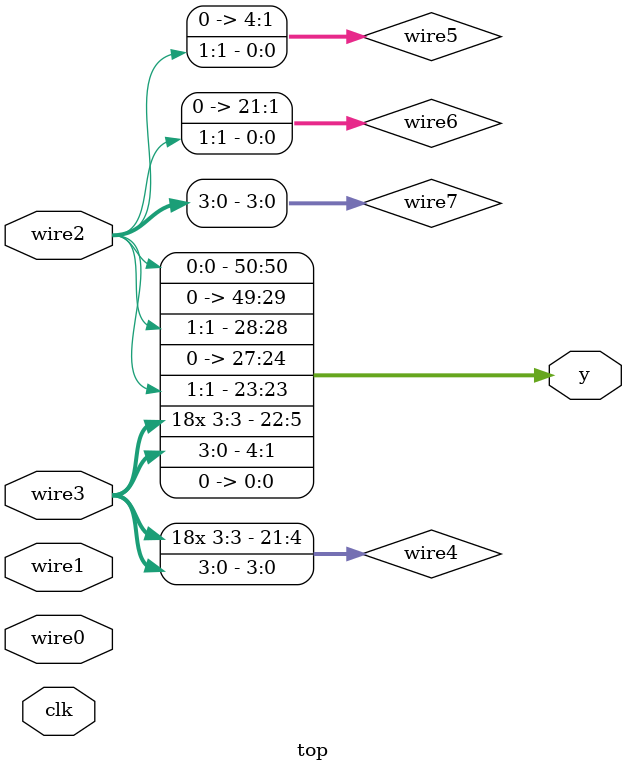
<source format=v>
module top
#(parameter param8 = (((~&{((8'ha6) ? (8'hbd) : (8'hbe)), (~|(8'hbc))}) == ({(|(8'ha0)), ((8'ha8) - (8'ha1))} ? (((8'hab) ? (8'hbc) : (8'hb4)) ^~ ((8'ha7) ~^ (8'ha4))) : (!(^~(8'had))))) ? (({((8'h9e) ? (8'hb5) : (8'hb8)), (~^(8'hab))} + ((~|(8'ha5)) ^~ (~|(8'ha9)))) * (+(((8'ha1) ~^ (8'h9d)) >> ((8'ha5) ? (8'h9c) : (8'haf))))) : ((-((7'h42) ~^ ((8'hb4) && (8'had)))) ^ ((((8'hb0) < (8'had)) <<< {(8'hbc), (7'h41)}) ? (|((8'hbd) ? (8'hb8) : (8'haa))) : ((8'hbf) >= ((8'haa) ? (8'ha7) : (7'h43)))))), 
parameter param9 = (((^(~(param8 ? param8 : param8))) < param8) ? ({param8, (param8 ? param8 : (param8 < (7'h44)))} ? param8 : ((((7'h40) - param8) >= param8) ? param8 : ((^~(8'ha8)) ? param8 : {param8}))) : param8))
(y, clk, wire3, wire2, wire1, wire0);
  output wire [(32'h32):(32'h0)] y;
  input wire [(1'h0):(1'h0)] clk;
  input wire [(2'h3):(1'h0)] wire3;
  input wire signed [(3'h6):(1'h0)] wire2;
  input wire signed [(4'h8):(1'h0)] wire1;
  input wire [(4'hd):(1'h0)] wire0;
  wire [(2'h3):(1'h0)] wire7;
  wire [(5'h15):(1'h0)] wire6;
  wire signed [(3'h4):(1'h0)] wire5;
  wire [(5'h15):(1'h0)] wire4;
  assign y = {wire7, wire6, wire5, wire4, (1'h0)};
  assign wire4 = $signed($signed($unsigned($signed(wire3))));
  assign wire5 = wire2[(1'h1):(1'h1)];
  assign wire6 = wire5;
  assign wire7 = wire2;
endmodule

</source>
